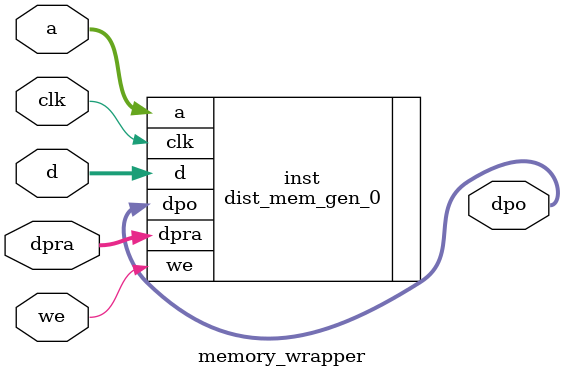
<source format=v>
`timescale 1ns / 1ps


module memory_wrapper(
a, d, dpra, clk, we, dpo
    );
    // read address - dpra, output uska dpo. we - write enable, a - write address, d - write data
    input [11:0] a, dpra;
    input clk, we;
    output [31:0] dpo;
    input [31:0] d;

    dist_mem_gen_0 inst(
        .a(a),
        .d(d),
        .dpra(dpra),
        .clk(clk),
        .we(we),
        .dpo(dpo)
    );
endmodule 


</source>
